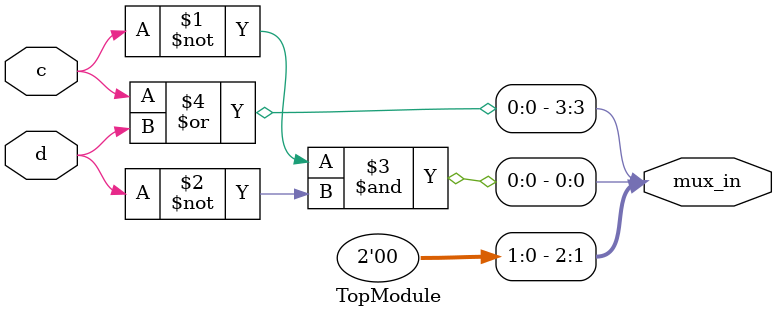
<source format=sv>

module TopModule (
  input c,
  input d,
  output [3:0] mux_in
);
assign mux_in[0] = ~c & ~d;
assign mux_in[1] = 1'b0;
assign mux_in[2] = 1'b0;
assign mux_in[3] = c | d;

endmodule

</source>
